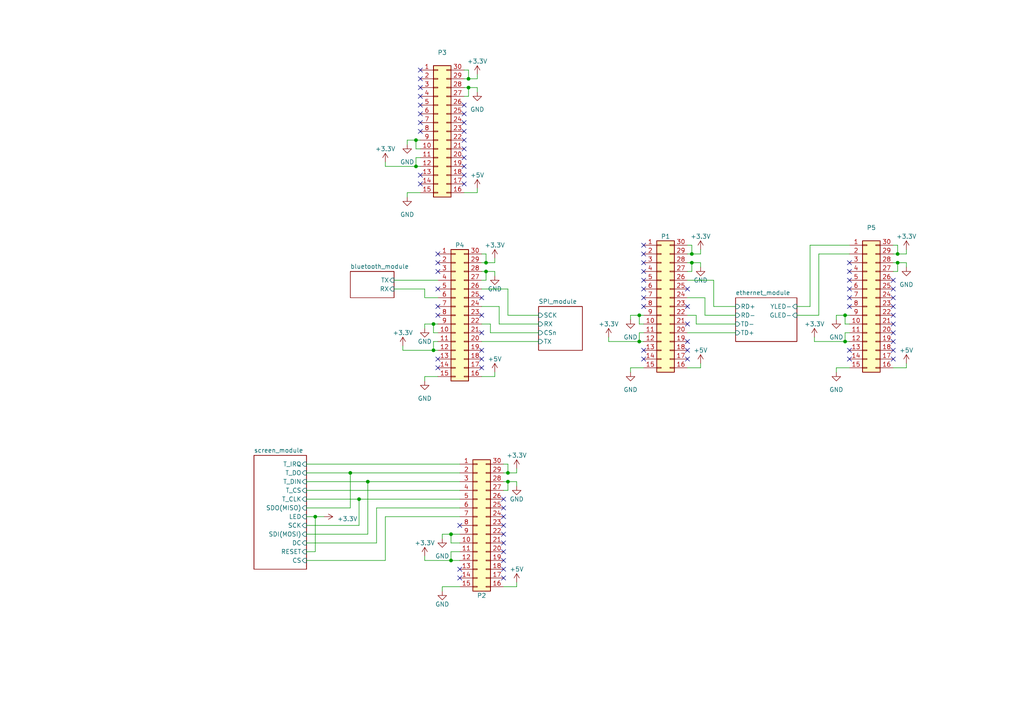
<source format=kicad_sch>
(kicad_sch (version 20230121) (generator eeschema)
  (paper "A4")
  (title_block (title "Colorlight i5 Ethernet adaptor") (rev "0.0") (company "Juan Pablo González Prieto, Diana López, Nicolás Muñoz"))
  (lib_symbols
    (symbol "Connector_Generic:Conn_02x15_Counter_Clockwise" (pin_names (offset 1.016) hide)
      (property "Reference" "J" (at 1.27 20.32 0))
      (property "Value" "Conn_02x15_Counter_Clockwise" (at 1.27 -20.32 0))
      (symbol "Conn_02x15_Counter_Clockwise_1_1"
        (rectangle (start -1.27 -17.653) (end 0 -17.907) (stroke (width 0.1524)))
        (rectangle (start -1.27 -15.113) (end 0 -15.367) (stroke (width 0.1524)))
        (rectangle (start -1.27 -12.573) (end 0 -12.827) (stroke (width 0.1524)))
        (rectangle (start -1.27 -10.033) (end 0 -10.287) (stroke (width 0.1524)))
        (rectangle (start -1.27 -7.493) (end 0 -7.747) (stroke (width 0.1524)))
        (rectangle (start -1.27 -4.953) (end 0 -5.207) (stroke (width 0.1524)))
        (rectangle (start -1.27 -2.413) (end 0 -2.667) (stroke (width 0.1524)))
        (rectangle (start -1.27 0.127) (end 0 -0.127) (stroke (width 0.1524)))
        (rectangle (start -1.27 2.667) (end 0 2.413) (stroke (width 0.1524)))
        (rectangle (start -1.27 5.207) (end 0 4.953) (stroke (width 0.1524)))
        (rectangle (start -1.27 7.747) (end 0 7.493) (stroke (width 0.1524)))
        (rectangle (start -1.27 10.287) (end 0 10.033) (stroke (width 0.1524)))
        (rectangle (start -1.27 12.827) (end 0 12.573) (stroke (width 0.1524)))
        (rectangle (start -1.27 15.367) (end 0 15.113) (stroke (width 0.1524)))
        (rectangle (start -1.27 17.907) (end 0 17.653) (stroke (width 0.1524)))
        (rectangle (start -1.27 19.05) (end 3.81 -19.05) (stroke (width 0.254)) (fill (type background)))
        (rectangle (start 3.81 -17.653) (end 2.54 -17.907) (stroke (width 0.1524)))
        (rectangle (start 3.81 -15.113) (end 2.54 -15.367) (stroke (width 0.1524)))
        (rectangle (start 3.81 -12.573) (end 2.54 -12.827) (stroke (width 0.1524)))
        (rectangle (start 3.81 -10.033) (end 2.54 -10.287) (stroke (width 0.1524)))
        (rectangle (start 3.81 -7.493) (end 2.54 -7.747) (stroke (width 0.1524)))
        (rectangle (start 3.81 -4.953) (end 2.54 -5.207) (stroke (width 0.1524)))
        (rectangle (start 3.81 -2.413) (end 2.54 -2.667) (stroke (width 0.1524)))
        (rectangle (start 3.81 0.127) (end 2.54 -0.127) (stroke (width 0.1524)))
        (rectangle (start 3.81 2.667) (end 2.54 2.413) (stroke (width 0.1524)))
        (rectangle (start 3.81 5.207) (end 2.54 4.953) (stroke (width 0.1524)))
        (rectangle (start 3.81 7.747) (end 2.54 7.493) (stroke (width 0.1524)))
        (rectangle (start 3.81 10.287) (end 2.54 10.033) (stroke (width 0.1524)))
        (rectangle (start 3.81 12.827) (end 2.54 12.573) (stroke (width 0.1524)))
        (rectangle (start 3.81 15.367) (end 2.54 15.113) (stroke (width 0.1524)))
        (rectangle (start 3.81 17.907) (end 2.54 17.653) (stroke (width 0.1524)))
        (pin passive line (at -5.08 17.78 0) (length 3.81) (name "Pin_1") (number "1"))
        (pin passive line (at -5.08 -5.08 0) (length 3.81) (name "Pin_10") (number "10"))
        (pin passive line (at -5.08 -7.62 0) (length 3.81) (name "Pin_11") (number "11"))
        (pin passive line (at -5.08 -10.16 0) (length 3.81) (name "Pin_12") (number "12"))
        (pin passive line (at -5.08 -12.7 0) (length 3.81) (name "Pin_13") (number "13"))
        (pin passive line (at -5.08 -15.24 0) (length 3.81) (name "Pin_14") (number "14"))
        (pin passive line (at -5.08 -17.78 0) (length 3.81) (name "Pin_15") (number "15"))
        (pin passive line (at 7.62 -17.78 180) (length 3.81) (name "Pin_16") (number "16"))
        (pin passive line (at 7.62 -15.24 180) (length 3.81) (name "Pin_17") (number "17"))
        (pin passive line (at 7.62 -12.7 180) (length 3.81) (name "Pin_18") (number "18"))
        (pin passive line (at 7.62 -10.16 180) (length 3.81) (name "Pin_19") (number "19"))
        (pin passive line (at -5.08 15.24 0) (length 3.81) (name "Pin_2") (number "2"))
        (pin passive line (at 7.62 -7.62 180) (length 3.81) (name "Pin_20") (number "20"))
        (pin passive line (at 7.62 -5.08 180) (length 3.81) (name "Pin_21") (number "21"))
        (pin passive line (at 7.62 -2.54 180) (length 3.81) (name "Pin_22") (number "22"))
        (pin passive line (at 7.62 0 180) (length 3.81) (name "Pin_23") (number "23"))
        (pin passive line (at 7.62 2.54 180) (length 3.81) (name "Pin_24") (number "24"))
        (pin passive line (at 7.62 5.08 180) (length 3.81) (name "Pin_25") (number "25"))
        (pin passive line (at 7.62 7.62 180) (length 3.81) (name "Pin_26") (number "26"))
        (pin passive line (at 7.62 10.16 180) (length 3.81) (name "Pin_27") (number "27"))
        (pin passive line (at 7.62 12.7 180) (length 3.81) (name "Pin_28") (number "28"))
        (pin passive line (at 7.62 15.24 180) (length 3.81) (name "Pin_29") (number "29"))
        (pin passive line (at -5.08 12.7 0) (length 3.81) (name "Pin_3") (number "3"))
        (pin passive line (at 7.62 17.78 180) (length 3.81) (name "Pin_30") (number "30"))
        (pin passive line (at -5.08 10.16 0) (length 3.81) (name "Pin_4") (number "4"))
        (pin passive line (at -5.08 7.62 0) (length 3.81) (name "Pin_5") (number "5"))
        (pin passive line (at -5.08 5.08 0) (length 3.81) (name "Pin_6") (number "6"))
        (pin passive line (at -5.08 2.54 0) (length 3.81) (name "Pin_7") (number "7"))
        (pin passive line (at -5.08 0 0) (length 3.81) (name "Pin_8") (number "8"))
        (pin passive line (at -5.08 -2.54 0) (length 3.81) (name "Pin_9") (number "9"))
      )
    )
    (symbol "power:+3.3V" (power) (pin_names (offset 0))
      (property "Value" "+3.3V" (at 0 3.556 0))
      (symbol "+3.3V_0_1"
        (polyline (pts (xy -0.762 1.27) (xy 0 2.54)))
        (polyline (pts (xy 0 0) (xy 0 2.54)))
        (polyline (pts (xy 0 2.54) (xy 0.762 1.27)))
      )
      (symbol "+3.3V_1_1"
        (pin power_in line (at 0 0 90) (length 0) hide (name "+3.3V") (number "1"))
      )
    )
    (symbol "power:+5V" (power) (pin_names (offset 0))
      (property "Value" "+5V" (at 0 3.556 0))
      (symbol "+5V_0_1"
        (polyline (pts (xy -0.762 1.27) (xy 0 2.54)))
        (polyline (pts (xy 0 0) (xy 0 2.54)))
        (polyline (pts (xy 0 2.54) (xy 0.762 1.27)))
      )
      (symbol "+5V_1_1"
        (pin power_in line (at 0 0 90) (length 0) hide (name "+5V") (number "1"))
      )
    )
    (symbol "power:GND" (power) (pin_names (offset 0))
      (property "Value" "GND" (at 0 -3.81 0))
      (symbol "GND_0_1"
        (polyline (pts (xy 0 0) (xy 0 -1.27) (xy 1.27 -1.27) (xy 0 -2.54) (xy -1.27 -1.27) (xy 0 -1.27)))
      )
      (symbol "GND_1_1"
        (pin power_in line (at 0 0 270) (length 0) hide (name "GND") (number "1"))
      )
    )
  )
  (junction (at 245.11 99.06))
  (junction (at 104.14 144.78))
  (junction (at 106.68 139.7))
  (junction (at 260.35 73.66))
  (junction (at 120.65 40.64))
  (junction (at 185.42 91.44))
  (junction (at 101.6 137.16))
  (junction (at 185.42 99.06))
  (junction (at 120.65 48.26))
  (junction (at 200.66 73.66))
  (junction (at 91.44 149.86))
  (junction (at 200.66 76.2))
  (junction (at 135.89 22.86))
  (junction (at 135.89 25.4))
  (junction (at 147.32 137.16))
  (junction (at 245.11 91.44))
  (junction (at 140.97 78.74))
  (junction (at 147.32 139.7))
  (junction (at 140.97 76.2))
  (junction (at 130.81 154.94))
  (junction (at 125.73 101.6))
  (junction (at 125.73 93.98))
  (junction (at 260.35 76.2))
  (junction (at 130.81 162.56))
  (no_connect (at 127 76.2))
  (no_connect (at 199.39 101.6))
  (no_connect (at 199.39 104.14))
  (no_connect (at 259.08 93.98))
  (no_connect (at 121.92 20.32))
  (no_connect (at 134.62 48.26))
  (no_connect (at 186.69 86.36))
  (no_connect (at 246.38 78.74))
  (no_connect (at 246.38 76.2))
  (no_connect (at 139.7 96.52))
  (no_connect (at 246.38 83.82))
  (no_connect (at 186.69 78.74))
  (no_connect (at 246.38 86.36))
  (no_connect (at 134.62 53.34))
  (no_connect (at 134.62 45.72))
  (no_connect (at 259.08 83.82))
  (no_connect (at 121.92 53.34))
  (no_connect (at 139.7 101.6))
  (no_connect (at 186.69 104.14))
  (no_connect (at 259.08 96.52))
  (no_connect (at 133.35 165.1))
  (no_connect (at 259.08 101.6))
  (no_connect (at 186.69 83.82))
  (no_connect (at 146.05 167.64))
  (no_connect (at 139.7 104.14))
  (no_connect (at 133.35 167.64))
  (no_connect (at 146.05 149.86))
  (no_connect (at 127 88.9))
  (no_connect (at 186.69 101.6))
  (no_connect (at 146.05 157.48))
  (no_connect (at 127 83.82))
  (no_connect (at 146.05 147.32))
  (no_connect (at 186.69 73.66))
  (no_connect (at 146.05 162.56))
  (no_connect (at 127 106.68))
  (no_connect (at 259.08 91.44))
  (no_connect (at 246.38 81.28))
  (no_connect (at 246.38 104.14))
  (no_connect (at 186.69 81.28))
  (no_connect (at 186.69 76.2))
  (no_connect (at 199.39 88.9))
  (no_connect (at 121.92 35.56))
  (no_connect (at 146.05 165.1))
  (no_connect (at 134.62 30.48))
  (no_connect (at 127 78.74))
  (no_connect (at 134.62 38.1))
  (no_connect (at 199.39 99.06))
  (no_connect (at 121.92 22.86))
  (no_connect (at 121.92 27.94))
  (no_connect (at 139.7 86.36))
  (no_connect (at 259.08 104.14))
  (no_connect (at 199.39 83.82))
  (no_connect (at 139.7 91.44))
  (no_connect (at 146.05 152.4))
  (no_connect (at 134.62 35.56))
  (no_connect (at 199.39 93.98))
  (no_connect (at 127 104.14))
  (no_connect (at 246.38 88.9))
  (no_connect (at 127 91.44))
  (no_connect (at 127 73.66))
  (no_connect (at 121.92 33.02))
  (no_connect (at 134.62 50.8))
  (no_connect (at 186.69 71.12))
  (no_connect (at 146.05 154.94))
  (no_connect (at 121.92 38.1))
  (no_connect (at 259.08 88.9))
  (no_connect (at 121.92 30.48))
  (no_connect (at 139.7 106.68))
  (no_connect (at 259.08 81.28))
  (no_connect (at 246.38 101.6))
  (no_connect (at 121.92 25.4))
  (no_connect (at 146.05 144.78))
  (no_connect (at 186.69 88.9))
  (no_connect (at 259.08 86.36))
  (no_connect (at 134.62 43.18))
  (no_connect (at 121.92 50.8))
  (no_connect (at 134.62 40.64))
  (no_connect (at 133.35 152.4))
  (no_connect (at 134.62 33.02))
  (no_connect (at 146.05 160.02))
  (no_connect (at 259.08 99.06))
  (wire (pts (xy 106.68 139.7) (xy 133.35 139.7)))
  (wire (pts (xy 207.01 81.28) (xy 199.39 81.28)))
  (wire (pts (xy 139.7 76.2) (xy 140.97 76.2)))
  (wire (pts (xy 142.24 96.52) (xy 142.24 93.98)))
  (wire (pts (xy 125.73 101.6) (xy 127 101.6)))
  (wire (pts (xy 123.19 109.22) (xy 127 109.22)))
  (wire (pts (xy 245.11 91.44) (xy 246.38 91.44)))
  (wire (pts (xy 130.81 160.02) (xy 133.35 160.02)))
  (wire (pts (xy 213.36 88.9) (xy 207.01 88.9)))
  (wire (pts (xy 242.57 91.44) (xy 242.57 92.71)))
  (wire (pts (xy 133.35 157.48) (xy 130.81 157.48)))
  (wire (pts (xy 146.05 139.7) (xy 147.32 139.7)))
  (wire (pts (xy 106.68 154.94) (xy 106.68 139.7)))
  (wire (pts (xy 149.86 170.18) (xy 146.05 170.18)))
  (wire (pts (xy 199.39 78.74) (xy 200.66 78.74)))
  (wire (pts (xy 176.53 99.06) (xy 185.42 99.06)))
  (wire (pts (xy 245.11 99.06) (xy 246.38 99.06)))
  (wire (pts (xy 111.76 48.26) (xy 120.65 48.26)))
  (wire (pts (xy 138.43 55.88) (xy 134.62 55.88)))
  (wire (pts (xy 199.39 86.36) (xy 204.47 86.36)))
  (wire (pts (xy 139.7 78.74) (xy 140.97 78.74)))
  (wire (pts (xy 213.36 93.98) (xy 201.93 93.98)))
  (wire (pts (xy 127 96.52) (xy 125.73 96.52)))
  (wire (pts (xy 143.51 107.95) (xy 143.51 109.22)))
  (wire (pts (xy 111.76 149.86) (xy 133.35 149.86)))
  (wire (pts (xy 123.19 162.56) (xy 130.81 162.56)))
  (wire (pts (xy 139.7 73.66) (xy 140.97 73.66)))
  (wire (pts (xy 116.84 101.6) (xy 125.73 101.6)))
  (wire (pts (xy 204.47 86.36) (xy 204.47 91.44)))
  (wire (pts (xy 88.9 144.78) (xy 104.14 144.78)))
  (wire (pts (xy 88.9 139.7) (xy 106.68 139.7)))
  (wire (pts (xy 262.89 105.41) (xy 262.89 106.68)))
  (wire (pts (xy 138.43 26.67) (xy 138.43 25.4)))
  (wire (pts (xy 186.69 93.98) (xy 185.42 93.98)))
  (wire (pts (xy 135.89 22.86) (xy 138.43 22.86)))
  (wire (pts (xy 142.24 93.98) (xy 139.7 93.98)))
  (wire (pts (xy 104.14 152.4) (xy 104.14 144.78)))
  (wire (pts (xy 127 86.36) (xy 123.19 86.36)))
  (wire (pts (xy 201.93 91.44) (xy 199.39 91.44)))
  (wire (pts (xy 245.11 96.52) (xy 245.11 99.06)))
  (wire (pts (xy 120.65 40.64) (xy 120.65 43.18)))
  (wire (pts (xy 149.86 168.91) (xy 149.86 170.18)))
  (wire (pts (xy 149.86 137.16) (xy 149.86 135.89)))
  (wire (pts (xy 259.08 71.12) (xy 260.35 71.12)))
  (wire (pts (xy 149.86 140.97) (xy 149.86 139.7)))
  (wire (pts (xy 203.2 106.68) (xy 199.39 106.68)))
  (wire (pts (xy 156.21 93.98) (xy 144.78 93.98)))
  (wire (pts (xy 234.95 88.9) (xy 234.95 71.12)))
  (wire (pts (xy 147.32 137.16) (xy 149.86 137.16)))
  (wire (pts (xy 101.6 137.16) (xy 133.35 137.16)))
  (wire (pts (xy 140.97 76.2) (xy 140.97 73.66)))
  (wire (pts (xy 262.89 73.66) (xy 262.89 72.39)))
  (wire (pts (xy 143.51 78.74) (xy 140.97 78.74)))
  (wire (pts (xy 140.97 78.74) (xy 140.97 81.28)))
  (wire (pts (xy 146.05 134.62) (xy 147.32 134.62)))
  (wire (pts (xy 88.9 157.48) (xy 109.22 157.48)))
  (wire (pts (xy 156.21 96.52) (xy 142.24 96.52)))
  (wire (pts (xy 88.9 149.86) (xy 91.44 149.86)))
  (wire (pts (xy 200.66 73.66) (xy 203.2 73.66)))
  (wire (pts (xy 259.08 73.66) (xy 260.35 73.66)))
  (wire (pts (xy 259.08 76.2) (xy 260.35 76.2)))
  (wire (pts (xy 139.7 83.82) (xy 147.32 83.82)))
  (wire (pts (xy 260.35 73.66) (xy 260.35 71.12)))
  (wire (pts (xy 114.3 81.28) (xy 127 81.28)))
  (wire (pts (xy 123.19 86.36) (xy 123.19 83.82)))
  (wire (pts (xy 116.84 100.33) (xy 116.84 101.6)))
  (wire (pts (xy 88.9 147.32) (xy 101.6 147.32)))
  (wire (pts (xy 147.32 83.82) (xy 147.32 91.44)))
  (wire (pts (xy 139.7 99.06) (xy 156.21 99.06)))
  (wire (pts (xy 182.88 107.95) (xy 182.88 106.68)))
  (wire (pts (xy 109.22 157.48) (xy 109.22 147.32)))
  (wire (pts (xy 262.89 106.68) (xy 259.08 106.68)))
  (wire (pts (xy 121.92 43.18) (xy 120.65 43.18)))
  (wire (pts (xy 182.88 91.44) (xy 185.42 91.44)))
  (wire (pts (xy 133.35 162.56) (xy 130.81 162.56)))
  (wire (pts (xy 185.42 91.44) (xy 185.42 93.98)))
  (wire (pts (xy 134.62 22.86) (xy 135.89 22.86)))
  (wire (pts (xy 260.35 76.2) (xy 260.35 78.74)))
  (wire (pts (xy 88.9 160.02) (xy 91.44 160.02)))
  (wire (pts (xy 242.57 106.68) (xy 246.38 106.68)))
  (wire (pts (xy 135.89 25.4) (xy 135.89 27.94)))
  (wire (pts (xy 130.81 154.94) (xy 133.35 154.94)))
  (wire (pts (xy 200.66 76.2) (xy 200.66 78.74)))
  (wire (pts (xy 139.7 81.28) (xy 140.97 81.28)))
  (wire (pts (xy 185.42 96.52) (xy 185.42 99.06)))
  (wire (pts (xy 140.97 76.2) (xy 143.51 76.2)))
  (wire (pts (xy 242.57 107.95) (xy 242.57 106.68)))
  (wire (pts (xy 262.89 76.2) (xy 260.35 76.2)))
  (wire (pts (xy 120.65 48.26) (xy 121.92 48.26)))
  (wire (pts (xy 104.14 144.78) (xy 133.35 144.78)))
  (wire (pts (xy 120.65 40.64) (xy 121.92 40.64)))
  (wire (pts (xy 231.14 88.9) (xy 234.95 88.9)))
  (wire (pts (xy 138.43 22.86) (xy 138.43 21.59)))
  (wire (pts (xy 125.73 93.98) (xy 127 93.98)))
  (wire (pts (xy 114.3 83.82) (xy 123.19 83.82)))
  (wire (pts (xy 91.44 160.02) (xy 91.44 149.86)))
  (wire (pts (xy 118.11 40.64) (xy 118.11 41.91)))
  (wire (pts (xy 262.89 77.47) (xy 262.89 76.2)))
  (wire (pts (xy 134.62 20.32) (xy 135.89 20.32)))
  (wire (pts (xy 88.9 137.16) (xy 101.6 137.16)))
  (wire (pts (xy 260.35 73.66) (xy 262.89 73.66)))
  (wire (pts (xy 125.73 93.98) (xy 125.73 96.52)))
  (wire (pts (xy 120.65 45.72) (xy 120.65 48.26)))
  (wire (pts (xy 123.19 110.49) (xy 123.19 109.22)))
  (wire (pts (xy 143.51 109.22) (xy 139.7 109.22)))
  (wire (pts (xy 118.11 55.88) (xy 121.92 55.88)))
  (wire (pts (xy 101.6 147.32) (xy 101.6 137.16)))
  (wire (pts (xy 123.19 93.98) (xy 123.19 95.25)))
  (wire (pts (xy 234.95 71.12) (xy 246.38 71.12)))
  (wire (pts (xy 246.38 93.98) (xy 245.11 93.98)))
  (wire (pts (xy 88.9 154.94) (xy 106.68 154.94)))
  (wire (pts (xy 200.66 73.66) (xy 200.66 71.12)))
  (wire (pts (xy 182.88 106.68) (xy 186.69 106.68)))
  (wire (pts (xy 144.78 88.9) (xy 139.7 88.9)))
  (wire (pts (xy 199.39 73.66) (xy 200.66 73.66)))
  (wire (pts (xy 118.11 40.64) (xy 120.65 40.64)))
  (wire (pts (xy 147.32 137.16) (xy 147.32 134.62)))
  (wire (pts (xy 146.05 142.24) (xy 147.32 142.24)))
  (wire (pts (xy 109.22 147.32) (xy 133.35 147.32)))
  (wire (pts (xy 185.42 91.44) (xy 186.69 91.44)))
  (wire (pts (xy 245.11 91.44) (xy 245.11 93.98)))
  (wire (pts (xy 130.81 162.56) (xy 130.81 160.02)))
  (wire (pts (xy 138.43 54.61) (xy 138.43 55.88)))
  (wire (pts (xy 199.39 76.2) (xy 200.66 76.2)))
  (wire (pts (xy 127 99.06) (xy 125.73 99.06)))
  (wire (pts (xy 203.2 76.2) (xy 200.66 76.2)))
  (wire (pts (xy 123.19 161.29) (xy 123.19 162.56)))
  (wire (pts (xy 146.05 137.16) (xy 147.32 137.16)))
  (wire (pts (xy 182.88 91.44) (xy 182.88 92.71)))
  (wire (pts (xy 88.9 142.24) (xy 133.35 142.24)))
  (wire (pts (xy 128.27 170.18) (xy 128.27 171.45)))
  (wire (pts (xy 147.32 142.24) (xy 147.32 139.7)))
  (wire (pts (xy 121.92 45.72) (xy 120.65 45.72)))
  (wire (pts (xy 88.9 152.4) (xy 104.14 152.4)))
  (wire (pts (xy 231.14 91.44) (xy 237.49 91.44)))
  (wire (pts (xy 128.27 170.18) (xy 133.35 170.18)))
  (wire (pts (xy 138.43 25.4) (xy 135.89 25.4)))
  (wire (pts (xy 144.78 93.98) (xy 144.78 88.9)))
  (wire (pts (xy 237.49 91.44) (xy 237.49 73.66)))
  (wire (pts (xy 130.81 154.94) (xy 130.81 157.48)))
  (wire (pts (xy 236.22 97.79) (xy 236.22 99.06)))
  (wire (pts (xy 91.44 149.86) (xy 93.98 149.86)))
  (wire (pts (xy 128.27 154.94) (xy 128.27 156.21)))
  (wire (pts (xy 237.49 73.66) (xy 246.38 73.66)))
  (wire (pts (xy 123.19 93.98) (xy 125.73 93.98)))
  (wire (pts (xy 128.27 154.94) (xy 130.81 154.94)))
  (wire (pts (xy 88.9 134.62) (xy 133.35 134.62)))
  (wire (pts (xy 88.9 162.56) (xy 111.76 162.56)))
  (wire (pts (xy 143.51 76.2) (xy 143.51 74.93)))
  (wire (pts (xy 204.47 91.44) (xy 213.36 91.44)))
  (wire (pts (xy 259.08 78.74) (xy 260.35 78.74)))
  (wire (pts (xy 199.39 71.12) (xy 200.66 71.12)))
  (wire (pts (xy 242.57 91.44) (xy 245.11 91.44)))
  (wire (pts (xy 199.39 96.52) (xy 213.36 96.52)))
  (wire (pts (xy 186.69 96.52) (xy 185.42 96.52)))
  (wire (pts (xy 246.38 96.52) (xy 245.11 96.52)))
  (wire (pts (xy 185.42 99.06) (xy 186.69 99.06)))
  (wire (pts (xy 134.62 25.4) (xy 135.89 25.4)))
  (wire (pts (xy 111.76 46.99) (xy 111.76 48.26)))
  (wire (pts (xy 125.73 99.06) (xy 125.73 101.6)))
  (wire (pts (xy 236.22 99.06) (xy 245.11 99.06)))
  (wire (pts (xy 203.2 105.41) (xy 203.2 106.68)))
  (wire (pts (xy 203.2 73.66) (xy 203.2 72.39)))
  (wire (pts (xy 134.62 27.94) (xy 135.89 27.94)))
  (wire (pts (xy 201.93 93.98) (xy 201.93 91.44)))
  (wire (pts (xy 118.11 57.15) (xy 118.11 55.88)))
  (wire (pts (xy 176.53 97.79) (xy 176.53 99.06)))
  (wire (pts (xy 111.76 162.56) (xy 111.76 149.86)))
  (wire (pts (xy 147.32 91.44) (xy 156.21 91.44)))
  (wire (pts (xy 207.01 88.9) (xy 207.01 81.28)))
  (wire (pts (xy 135.89 22.86) (xy 135.89 20.32)))
  (wire (pts (xy 143.51 80.01) (xy 143.51 78.74)))
  (wire (pts (xy 147.32 139.7) (xy 149.86 139.7)))
  (wire (pts (xy 203.2 77.47) (xy 203.2 76.2)))
  (symbol (lib_id "power:GND") (at 128.27 171.45 0) (unit 1)
    (property "Reference" "#PWR09" (effects hide))
    (property "Value" "GND" (at 128.27 175.26 0))
  )
  (symbol (lib_id "power:+3.3V") (at 93.98 149.86 270) (unit 1)
    (property "Reference" "#PWR033" (effects hide))
    (property "Value" "+3.3V" (at 97.79 150.495 90) (effects (justify left)))
  )
  (symbol (lib_id "power:+3.3V") (at 143.51 74.93 0) (unit 1)
    (property "Reference" "#PWR022" (effects hide))
    (property "Value" "+3.3V" (at 143.51 71.12 0))
  )
  (symbol (lib_id "power:+3.3V") (at 262.89 72.39 0) (unit 1)
    (property "Reference" "#PWR029" (effects hide))
    (property "Value" "+3.3V" (at 262.89 68.58 0))
  )
  (symbol (lib_id "power:+5V") (at 143.51 107.95 0) (unit 1)
    (property "Reference" "#PWR034" (effects hide))
    (property "Value" "+5V" (at 143.51 104.14 0))
  )
  (symbol (lib_id "power:GND") (at 262.89 77.47 0) (unit 1)
    (property "Reference" "#PWR030" (effects hide))
    (property "Value" "GND" (at 262.89 82.55 0))
  )
  (symbol (lib_id "power:GND") (at 118.11 41.91 0) (unit 1)
    (property "Reference" "#PWR025" (effects hide))
    (property "Value" "GND" (at 118.11 46.99 0))
  )
  (symbol (lib_id "Connector_Generic:Conn_02x15_Counter_Clockwise") (at 138.43 152.4 0) (unit 1)
    (property "Reference" "P2" (at 139.7 172.72 0))
    (property "Value" "Conn_02x15_Counter_Clockwise" (effects hide))
    (property "Footprint" "Connector_PinHeader_2.54mm:PinHeader_2x15_P2.54mm_Vertical" (effects hide))
  )
  (symbol (lib_id "power:GND") (at 242.57 107.95 0) (unit 1)
    (property "Reference" "#PWR012" (effects hide))
    (property "Value" "GND" (at 242.57 113.03 0))
  )
  (symbol (lib_id "power:GND") (at 128.27 156.21 0) (unit 1)
    (property "Reference" "#PWR019" (effects hide))
    (property "Value" "GND" (at 128.27 161.29 0))
  )
  (symbol (lib_id "power:GND") (at 242.57 92.71 0) (unit 1)
    (property "Reference" "#PWR011" (effects hide))
    (property "Value" "GND" (at 242.57 97.79 0))
  )
  (symbol (lib_id "power:+3.3V") (at 203.2 72.39 0) (unit 1)
    (property "Reference" "#PWR014" (effects hide))
    (property "Value" "+3.3V" (at 203.2 68.58 0))
  )
  (symbol (lib_id "power:+3.3V") (at 236.22 97.79 0) (unit 1)
    (property "Reference" "#PWR06" (effects hide))
    (property "Value" "+3.3V" (at 236.22 93.98 0))
  )
  (symbol (lib_id "power:+5V") (at 203.2 105.41 0) (unit 1)
    (property "Reference" "#PWR035" (effects hide))
    (property "Value" "+5V" (at 203.2 101.6 0))
  )
  (symbol (lib_id "power:GND") (at 149.86 140.97 0) (unit 1)
    (property "Reference" "#PWR017" (effects hide))
    (property "Value" "GND" (at 149.86 144.78 0))
  )
  (symbol (lib_id "Connector_Generic:Conn_02x15_Counter_Clockwise") (at 191.77 88.9 0) (unit 1)
    (property "Reference" "P1" (at 193.04 68.58 0))
    (property "Value" "Conn_02x15_Counter_Clockwise" (effects hide))
    (property "Footprint" "Connector_PinHeader_2.54mm:PinHeader_2x15_P2.54mm_Vertical" (effects hide))
  )
  (symbol (lib_id "power:+3.3V") (at 111.76 46.99 0) (unit 1)
    (property "Reference" "#PWR024" (effects hide))
    (property "Value" "+3.3V" (at 111.76 43.18 0))
  )
  (symbol (lib_id "power:+5V") (at 149.86 168.91 0) (unit 1)
    (property "Reference" "#PWR038" (effects hide))
    (property "Value" "+5V" (at 149.86 165.1 0))
  )
  (symbol (lib_id "power:GND") (at 143.51 80.01 0) (unit 1)
    (property "Reference" "#PWR023" (effects hide))
    (property "Value" "GND" (at 143.51 83.82 0))
  )
  (symbol (lib_id "power:GND") (at 123.19 95.25 0) (unit 1)
    (property "Reference" "#PWR021" (effects hide))
    (property "Value" "GND" (at 123.19 99.06 0))
  )
  (symbol (lib_id "power:GND") (at 138.43 26.67 0) (unit 1)
    (property "Reference" "#PWR028" (effects hide))
    (property "Value" "GND" (at 138.43 31.75 0))
  )
  (symbol (lib_id "power:GND") (at 203.2 77.47 0) (unit 1)
    (property "Reference" "#PWR010" (effects hide))
    (property "Value" "GND" (at 203.2 81.28 0))
  )
  (symbol (lib_id "power:+3.3V") (at 176.53 97.79 0) (unit 1)
    (property "Reference" "#PWR015" (effects hide))
    (property "Value" "+3.3V" (at 176.53 93.98 0))
  )
  (symbol (lib_id "Connector_Generic:Conn_02x15_Counter_Clockwise") (at 251.46 88.9 0) (unit 1)
    (property "Reference" "P5" (at 252.73 66.04 0))
    (property "Value" "Conn_02x15_Counter_Clockwise" (effects hide))
    (property "Footprint" "Connector_PinHeader_2.54mm:PinHeader_2x15_P2.54mm_Vertical" (effects hide))
  )
  (symbol (lib_id "power:GND") (at 118.11 57.15 0) (unit 1)
    (property "Reference" "#PWR026" (effects hide))
    (property "Value" "GND" (at 118.11 62.23 0))
  )
  (symbol (lib_id "power:+3.3V") (at 116.84 100.33 0) (unit 1)
    (property "Reference" "#PWR020" (effects hide))
    (property "Value" "+3.3V" (at 116.84 96.52 0))
  )
  (symbol (lib_id "power:GND") (at 123.19 110.49 0) (unit 1)
    (property "Reference" "#PWR07" (effects hide))
    (property "Value" "GND" (at 123.19 115.57 0))
  )
  (symbol (lib_id "Connector_Generic:Conn_02x15_Counter_Clockwise") (at 127 38.1 0) (unit 1)
    (property "Reference" "P3" (at 128.27 15.24 0))
    (property "Value" "Conn_02x15_Counter_Clockwise" (effects hide))
    (property "Footprint" "Connector_PinHeader_2.54mm:PinHeader_2x15_P2.54mm_Vertical" (effects hide))
  )
  (symbol (lib_id "power:+5V") (at 262.89 105.41 0) (unit 1)
    (property "Reference" "#PWR036" (effects hide))
    (property "Value" "+5V" (at 262.89 101.6 0))
  )
  (symbol (lib_id "power:+3.3V") (at 138.43 21.59 0) (unit 1)
    (property "Reference" "#PWR027" (effects hide))
    (property "Value" "+3.3V" (at 138.43 17.78 0))
  )
  (symbol (lib_id "power:+5V") (at 138.43 54.61 0) (unit 1)
    (property "Reference" "#PWR037" (effects hide))
    (property "Value" "+5V" (at 138.43 50.8 0))
  )
  (symbol (lib_id "Connector_Generic:Conn_02x15_Counter_Clockwise") (at 132.08 91.44 0) (unit 1)
    (property "Reference" "P4" (at 133.35 71.12 0))
    (property "Value" "Conn_02x15_Counter_Clockwise" (effects hide))
    (property "Footprint" "Connector_PinHeader_2.54mm:PinHeader_2x15_P2.54mm_Vertical" (effects hide))
  )
  (symbol (lib_id "power:GND") (at 182.88 92.71 0) (unit 1)
    (property "Reference" "#PWR013" (effects hide))
    (property "Value" "GND" (at 182.88 97.79 0))
  )
  (symbol (lib_id "power:+3.3V") (at 123.19 161.29 0) (unit 1)
    (property "Reference" "#PWR018" (effects hide))
    (property "Value" "+3.3V" (at 123.19 157.48 0))
  )
  (symbol (lib_id "power:GND") (at 182.88 107.95 0) (unit 1)
    (property "Reference" "#PWR08" (effects hide))
    (property "Value" "GND" (at 182.88 113.03 0))
  )
  (symbol (lib_id "power:+3.3V") (at 149.86 135.89 0) (unit 1)
    (property "Reference" "#PWR016" (effects hide))
    (property "Value" "+3.3V" (at 149.86 132.08 0))
  )
  (sheet (at 101.6 78.74) (size 12.7 7.62) (stroke (width 0.1524))
    (property "Sheetname" "bluetooth_module" (at 101.6 78.0284 0) (effects (justify left bottom)))
    (property "Sheetfile" "bluetooth_module.kicad_sch" (effects hide))
    (pin "RX" input (at 114.3 83.82 0))
    (pin "TX" input (at 114.3 81.28 0))
  )
  (sheet (at 156.21 88.9) (size 12.7 12.7) (stroke (width 0.1524))
    (property "Sheetname" "SPI_module" (at 156.21 88.1884 0) (effects (justify left bottom)))
    (property "Sheetfile" "SPI_module.kicad_sch" (effects hide))
    (pin "TX" input (at 156.21 99.06 180))
    (pin "SCK" input (at 156.21 91.44 180))
    (pin "RX" input (at 156.21 93.98 180))
    (pin "CSn" input (at 156.21 96.52 180))
  )
  (sheet (at 73.66 132.08) (size 15.24 33.02) (stroke (width 0.1524))
    (property "Sheetname" "screen_module" (at 73.66 131.3684 0) (effects (justify left bottom)))
    (property "Sheetfile" "screen_module.kicad_sch" (effects hide))
    (pin "T_IRQ" input (at 88.9 134.62 0))
    (pin "T_DO" input (at 88.9 137.16 0))
    (pin "T_DIN" input (at 88.9 139.7 0))
    (pin "T_CS" input (at 88.9 142.24 0))
    (pin "T_CLK" input (at 88.9 144.78 0))
    (pin "SDO(MISO)" input (at 88.9 147.32 0))
    (pin "LED" input (at 88.9 149.86 0))
    (pin "SCK" input (at 88.9 152.4 0))
    (pin "SDI(MOSI)" input (at 88.9 154.94 0))
    (pin "DC" input (at 88.9 157.48 0))
    (pin "RESET" input (at 88.9 160.02 0))
    (pin "CS" input (at 88.9 162.56 0))
  )
  (sheet (at 213.36 86.36) (size 17.78 12.7) (stroke (width 0.1524))
    (property "Sheetname" "ethernet_module" (at 213.36 85.6484 0) (effects (justify left bottom)))
    (property "Sheetfile" "ethernet_module.kicad_sch" (effects hide))
    (pin "TD+" input (at 213.36 96.52 180))
    (pin "TD-" input (at 213.36 93.98 180))
    (pin "RD-" input (at 213.36 91.44 180))
    (pin "RD+" input (at 213.36 88.9 180))
    (pin "GLED-" input (at 231.14 91.44 0))
    (pin "YLED-" input (at 231.14 88.9 0))
  )
)
</source>
